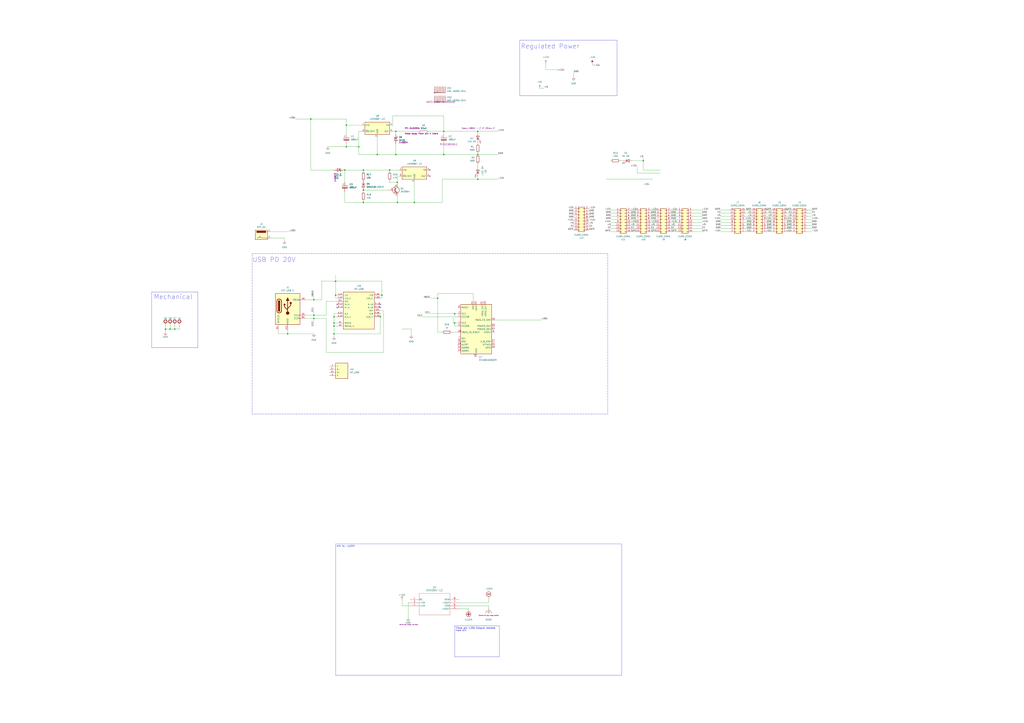
<source format=kicad_sch>
(kicad_sch (version 20231120) (generator "eeschema") (generator_version "8.0")
  (paper "A1")
  (lib_symbols
    (symbol "AT-Symbols:DKA30A-12" (pin_names (offset 0.254))
      (property "Reference" "U" (at 20.32 10.16 0))
      (property "Value" "DKA30A-12" (at 20.32 7.62 0))
      (symbol "DKA30A-12_0_1"
        (pin unspecified line (at 0 0 0) (length 7.62) (name "RC") (number "1"))
        (pin power_in line (at 0 -2.54 0) (length 7.62) (name "-VIN") (number "3"))
        (pin power_in line (at 0 -5.08 0) (length 7.62) (name "+VIN") (number "4"))
        (pin output line (at 40.64 -7.62 180) (length 7.62) (name "+VOUT") (number "5"))
        (pin unspecified line (at 40.64 -5.08 180) (length 7.62) (name "COM") (number "6"))
        (pin output line (at 40.64 -2.54 180) (length 7.62) (name "-VOUT") (number "7"))
        (pin unspecified line (at 40.64 0 180) (length 7.62) (name "TRIM") (number "8"))
      )
    )
    (symbol "AT-Symbols:HSE-B250-04H" (pin_names (offset 1.016))
      (property "Reference" "HS" (at -5.08 5.842 0))
      (property "Value" "HSE-B250-04H" (at -5.08 -2.54 0))
      (symbol "HSE-B250-04H_0_0"
        (pin passive line (at -5.08 0 0) (length 5.08) (name "~") (number "1"))
      )
    )
    (symbol "AT-Symbols:USB-C31-A-D-VT-CS1" (pin_names (offset 1.016))
      (property "Reference" "J" (at -5.08 6.35 0))
      (property "Value" "USB-C31-A-D-VT-CS1" (at -5.08 -10.16 0))
      (symbol "USB-C31-A-D-VT-CS1_1_0"
        (pin bidirectional line (at -10.16 -2.54 0) (length 5.08) (name "D+") (number "D+"))
        (pin bidirectional line (at -10.16 0 0) (length 5.08) (name "D-") (number "D-"))
        (pin power_in line (at -10.16 -5.08 0) (length 5.08) (name "G") (number "G"))
        (pin power_in line (at -10.16 2.54 0) (length 5.08) (name "V") (number "V"))
      )
      (symbol "USB-C31-A-D-VT-CS1_2_0"
        (pin bidirectional line (at -17.78 2.54 0) (length 5.08) (name "CC1") (number "CC1"))
        (pin bidirectional line (at 17.78 -5.08 180) (length 5.08) (name "CC2") (number "CC2"))
        (pin bidirectional line (at -17.78 0 0) (length 5.08) (name "D+_A") (number "D+_A"))
        (pin bidirectional line (at 17.78 -2.54 180) (length 5.08) (name "D+_B") (number "D+_B"))
        (pin bidirectional line (at -17.78 -2.54 0) (length 5.08) (name "D-_A") (number "D-_A"))
        (pin bidirectional line (at 17.78 0 180) (length 5.08) (name "D-_B") (number "D-_B"))
        (pin power_in line (at -17.78 -7.62 0) (length 5.08) (name "G_A") (number "G_A1"))
        (pin power_in line (at -17.78 -10.16 0) (length 5.08) (name "G_A__1") (number "G_A2"))
        (pin power_in line (at 17.78 -7.62 180) (length 5.08) (name "G_B") (number "G_B1"))
        (pin power_in line (at 17.78 -10.16 180) (length 5.08) (name "G_B__1") (number "G_B2"))
        (pin passive line (at -17.78 -15.24 0) (length 5.08) (name "SHIELD") (number "S1"))
        (pin passive line (at -17.78 -17.78 0) (length 5.08) (name "SHIELD__1") (number "S2"))
        (pin power_in line (at -17.78 7.62 0) (length 5.08) (name "V_A") (number "V_A1"))
        (pin power_in line (at -17.78 5.08 0) (length 5.08) (name "V_A__1") (number "V_A2"))
        (pin power_in line (at 17.78 7.62 180) (length 5.08) (name "V_B") (number "V_B1"))
        (pin power_in line (at 17.78 5.08 180) (length 5.08) (name "V_B__1") (number "V_B2"))
      )
    )
    (symbol "Connector:Barrel_Jack" (pin_names (offset 1.016))
      (property "Reference" "J" (at 0 5.334 0))
      (property "Value" "Barrel_Jack" (at 0 -5.08 0))
      (symbol "Barrel_Jack_1_1"
        (pin passive line (at 7.62 2.54 180) (length 2.54) (name "~") (number "1"))
        (pin passive line (at 7.62 -2.54 180) (length 2.54) (name "~") (number "2"))
      )
    )
    (symbol "Connector:USB_C_Receptacle_PowerOnly_6P" (pin_names (offset 1.016))
      (property "Reference" "J" (at 0 16.51 0))
      (property "Value" "USB_C_Receptacle_PowerOnly_6P" (at 0 13.97 0))
      (symbol "USB_C_Receptacle_PowerOnly_6P_1_1"
        (pin passive line (at 0 -17.78 90) (length 5.08) (name "GND") (number "A12"))
        (pin bidirectional line (at 15.24 -5.08 180) (length 5.08) (name "CC1") (number "A5"))
        (pin passive line (at 15.24 7.62 180) (length 5.08) (name "VBUS") (number "A9"))
        (pin passive line (at 0 -17.78 90) (length 5.08) hide (name "GND") (number "B12"))
        (pin bidirectional line (at 15.24 -7.62 180) (length 5.08) (name "CC2") (number "B5"))
        (pin passive line (at 15.24 7.62 180) (length 5.08) hide (name "VBUS") (number "B9"))
        (pin passive line (at -7.62 -17.78 90) (length 5.08) (name "SHIELD") (number "S1"))
      )
    )
    (symbol "Connector_Generic:Conn_02x08_Odd_Even" (pin_names (offset 1.016) hide)
      (property "Reference" "J" (at 1.27 10.16 0))
      (property "Value" "Conn_02x08_Odd_Even" (at 1.27 -12.7 0))
      (symbol "Conn_02x08_Odd_Even_1_1"
        (pin passive line (at -5.08 7.62 0) (length 3.81) (name "Pin_1") (number "1"))
        (pin passive line (at 7.62 -2.54 180) (length 3.81) (name "Pin_10") (number "10"))
        (pin passive line (at -5.08 -5.08 0) (length 3.81) (name "Pin_11") (number "11"))
        (pin passive line (at 7.62 -5.08 180) (length 3.81) (name "Pin_12") (number "12"))
        (pin passive line (at -5.08 -7.62 0) (length 3.81) (name "Pin_13") (number "13"))
        (pin passive line (at 7.62 -7.62 180) (length 3.81) (name "Pin_14") (number "14"))
        (pin passive line (at -5.08 -10.16 0) (length 3.81) (name "Pin_15") (number "15"))
        (pin passive line (at 7.62 -10.16 180) (length 3.81) (name "Pin_16") (number "16"))
        (pin passive line (at 7.62 7.62 180) (length 3.81) (name "Pin_2") (number "2"))
        (pin passive line (at -5.08 5.08 0) (length 3.81) (name "Pin_3") (number "3"))
        (pin passive line (at 7.62 5.08 180) (length 3.81) (name "Pin_4") (number "4"))
        (pin passive line (at -5.08 2.54 0) (length 3.81) (name "Pin_5") (number "5"))
        (pin passive line (at 7.62 2.54 180) (length 3.81) (name "Pin_6") (number "6"))
        (pin passive line (at -5.08 0 0) (length 3.81) (name "Pin_7") (number "7"))
        (pin passive line (at 7.62 0 180) (length 3.81) (name "Pin_8") (number "8"))
        (pin passive line (at -5.08 -2.54 0) (length 3.81) (name "Pin_9") (number "9"))
      )
    )
    (symbol "Device:C_Polarized" (pin_numbers hide) (pin_names (offset 0.254))
      (property "Reference" "C" (at 0.635 2.54 0))
      (property "Value" "C_Polarized" (at 0.635 -2.54 0))
      (symbol "C_Polarized_1_1"
        (pin passive line (at 0 3.81 270) (length 2.794) (name "~") (number "1"))
        (pin passive line (at 0 -3.81 90) (length 2.794) (name "~") (number "2"))
      )
    )
    (symbol "Device:D_Schottky" (pin_numbers hide) (pin_names (offset 1.016) hide)
      (property "Reference" "D" (at 0 2.54 0))
      (property "Value" "D_Schottky" (at 0 -2.54 0))
      (symbol "D_Schottky_1_1"
        (pin passive line (at -3.81 0 0) (length 2.54) (name "K") (number "1"))
        (pin passive line (at 3.81 0 180) (length 2.54) (name "A") (number "2"))
      )
    )
    (symbol "Device:L" (pin_numbers hide) (pin_names (offset 1.016) hide)
      (property "Reference" "L" (at -1.27 0 90))
      (property "Value" "L" (at 1.905 0 90))
      (symbol "L_1_1"
        (pin passive line (at 0 3.81 270) (length 1.27) (name "1") (number "1"))
        (pin passive line (at 0 -3.81 90) (length 1.27) (name "2") (number "2"))
      )
    )
    (symbol "Device:LED" (pin_numbers hide) (pin_names (offset 1.016) hide)
      (property "Reference" "D" (at 0 2.54 0))
      (property "Value" "LED" (at 0 -2.54 0))
      (symbol "LED_1_1"
        (pin passive line (at -3.81 0 0) (length 2.54) (name "K") (number "1"))
        (pin passive line (at 3.81 0 180) (length 2.54) (name "A") (number "2"))
      )
    )
    (symbol "Device:R" (pin_numbers hide) (pin_names (offset 0))
      (property "Reference" "R" (at 2.032 0 90))
      (property "Value" "R" (at 0 0 90))
      (symbol "R_1_1"
        (pin passive line (at 0 3.81 270) (length 1.27) (name "~") (number "1"))
        (pin passive line (at 0 -3.81 90) (length 1.27) (name "~") (number "2"))
      )
    )
    (symbol "Diode:Z1SMAxxx" (pin_numbers hide) (pin_names hide)
      (property "Reference" "D" (at 0 2.54 0))
      (property "Value" "Z1SMAxxx" (at 0 -2.54 0))
      (symbol "Z1SMAxxx_1_1"
        (pin passive line (at -3.81 0 0) (length 2.54) (name "K") (number "1"))
        (pin passive line (at 3.81 0 180) (length 2.54) (name "A") (number "2"))
      )
    )
    (symbol "Interface_USB:STUSB4500QTR"
      (property "Reference" "U" (at -12.7 21.59 0))
      (property "Value" "STUSB4500QTR" (at 8.89 -21.59 0))
      (symbol "STUSB4500QTR_1_1"
        (pin bidirectional line (at -15.24 10.16 0) (length 2.54) (name "CC1DB") (number "1"))
        (pin power_in line (at 0 -22.86 90) (length 2.54) (name "GND") (number "10"))
        (pin open_collector line (at 15.24 -12.7 180) (length 2.54) (name "ATTACH") (number "11"))
        (pin input line (at -15.24 -15.24 0) (length 2.54) (name "ADDR0") (number "12"))
        (pin input line (at -15.24 -17.78 0) (length 2.54) (name "ADDR1") (number "13"))
        (pin open_collector line (at 15.24 0 180) (length 2.54) (name "POWER_OK3") (number "14"))
        (pin open_collector line (at 15.24 -15.24 180) (length 2.54) (name "GPIO") (number "15"))
        (pin open_collector line (at 15.24 7.62 180) (length 2.54) (name "VBUS_EN_SNK") (number "16"))
        (pin open_collector line (at 15.24 -10.16 180) (length 2.54) (name "A_B_SIDE") (number "17"))
        (pin input line (at -15.24 -2.54 0) (length 2.54) (name "VBUS_VS_DISCH") (number "18"))
        (pin open_collector line (at -15.24 -12.7 0) (length 2.54) (name "ALERT") (number "19"))
        (pin bidirectional line (at -15.24 12.7 0) (length 2.54) (name "CC1") (number "2"))
        (pin open_collector line (at 15.24 2.54 180) (length 2.54) (name "POWER_OK2") (number "20"))
        (pin power_out line (at 5.08 22.86 270) (length 2.54) (name "VREG_1V2") (number "21"))
        (pin power_in line (at 0 22.86 270) (length 2.54) (name "VSYS") (number "22"))
        (pin power_out line (at 7.62 22.86 270) (length 2.54) (name "VREG_2V7") (number "23"))
        (pin power_in line (at -2.54 22.86 270) (length 2.54) (name "VDD") (number "24"))
        (pin passive line (at 0 -22.86 90) (length 2.54) hide (name "GND") (number "25"))
        (pin no_connect line (at -12.7 15.24 0) (length 2.54) hide (name "NC") (number "3"))
        (pin bidirectional line (at -15.24 5.08 0) (length 2.54) (name "CC2") (number "4"))
        (pin bidirectional line (at -15.24 2.54 0) (length 2.54) (name "CC2DB") (number "5"))
        (pin input line (at -15.24 17.78 0) (length 2.54) (name "RESET") (number "6"))
        (pin input line (at -15.24 -7.62 0) (length 2.54) (name "SCL") (number "7"))
        (pin bidirectional line (at -15.24 -10.16 0) (length 2.54) (name "SDA") (number "8"))
        (pin bidirectional line (at 15.24 -2.54 180) (length 2.54) (name "DISCH") (number "9"))
      )
    )
    (symbol "Regulator_Switching:LM2596T-12"
      (property "Reference" "U" (at -10.16 6.35 0))
      (property "Value" "LM2596T-12" (at 0 6.35 0))
      (symbol "LM2596T-12_1_1"
        (pin power_in line (at -12.7 2.54 0) (length 2.54) (name "VIN") (number "1"))
        (pin output line (at 12.7 -2.54 180) (length 2.54) (name "OUT") (number "2"))
        (pin power_in line (at 0 -7.62 90) (length 2.54) (name "GND") (number "3"))
        (pin input line (at 12.7 2.54 180) (length 2.54) (name "FB") (number "4"))
        (pin input line (at -12.7 -2.54 0) (length 2.54) (name "~{ON}/OFF") (number "5"))
      )
    )
    (symbol "Transistor_BJT:2N3904" (pin_names (offset 0) hide)
      (property "Reference" "Q" (at 5.08 1.905 0))
      (property "Value" "2N3904" (at 5.08 0 0))
      (symbol "2N3904_1_1"
        (pin passive line (at 2.54 -5.08 90) (length 2.54) (name "E") (number "1"))
        (pin passive line (at -5.08 0 0) (length 5.715) (name "B") (number "2"))
        (pin passive line (at 2.54 5.08 270) (length 2.54) (name "C") (number "3"))
      )
    )
    (symbol "llama_shared:+12V" (power) (pin_names (offset 0))
      (property "Value" "+12V" (at 0 3.81 0))
      (symbol "+12V_1_1"
        (pin power_in line (at 0 0 90) (length 2.54) hide (name "+12V") (number "1"))
      )
    )
    (symbol "llama_shared:AGND" (power) (pin_names (offset 0))
      (property "Value" "AGND" (at 0 -3.81 0))
      (symbol "AGND_1_1"
        (pin power_in line (at 0 0 270) (length 0) hide (name "GND") (number "1"))
      )
    )
    (symbol "llama_shared:H_HOLE" (pin_numbers hide) (pin_names (offset 1.016) hide)
      (property "Reference" "H" (at 0 2.54 0))
      (property "Value" "H_HOLE" (at 0 -8.89 0))
      (symbol "H_HOLE_1_1"
        (pin passive line (at 0 -3.81 90) (length 2.54) (name "1") (number "1"))
      )
    )
    (symbol "power:+12V" (power) (pin_numbers hide) (pin_names (offset 0) hide)
      (property "Value" "+12V" (at 0 3.556 0))
      (symbol "+12V_1_1"
        (pin power_in line (at 0 0 90) (length 0) (name "~") (number "1"))
      )
    )
    (symbol "power:+5V" (power) (pin_numbers hide) (pin_names (offset 0) hide)
      (property "Value" "+5V" (at 0 3.556 0))
      (symbol "+5V_1_1"
        (pin power_in line (at 0 0 90) (length 0) (name "~") (number "1"))
      )
    )
    (symbol "power:+VDC" (power) (pin_numbers hide) (pin_names (offset 0) hide)
      (property "Value" "+VDC" (at 0 6.35 0))
      (symbol "+VDC_1_1"
        (pin power_in line (at 0 0 90) (length 0) (name "~") (number "1"))
      )
    )
    (symbol "power:-12V" (power) (pin_numbers hide) (pin_names (offset 0) hide)
      (property "Value" "-12V" (at 0 3.556 0))
      (symbol "-12V_0_0"
        (pin power_in line (at 0 0 90) (length 0) (name "~") (number "1"))
      )
    )
    (symbol "power:-VDC" (power) (pin_numbers hide) (pin_names (offset 0) hide)
      (property "Value" "-VDC" (at 0 6.35 0))
      (symbol "-VDC_1_1"
        (pin power_in line (at 0 0 90) (length 0) (name "~") (number "1"))
      )
    )
    (symbol "power:Earth_Clean" (power) (pin_numbers hide) (pin_names (offset 0) hide)
      (property "Value" "Earth_Clean" (at 0 -5.08 0))
      (symbol "Earth_Clean_1_1"
        (pin power_in line (at 0 0 270) (length 0) (name "~") (number "1"))
      )
    )
    (symbol "power:GND" (power) (pin_numbers hide) (pin_names (offset 0) hide)
      (property "Value" "GND" (at 0 -3.81 0))
      (symbol "GND_1_1"
        (pin power_in line (at 0 0 270) (length 0) (name "~") (number "1"))
      )
    )
  )
  (junction (at 364.49 107.95))
  (junction (at 364.49 127))
  (junction (at 326.39 166.37))
  (junction (at 274.32 267.97))
  (junction (at 143.51 270.51))
  (junction (at 326.39 149.86))
  (junction (at 255.27 97.79))
  (junction (at 284.48 120.65))
  (junction (at 135.89 270.51))
  (junction (at 298.45 156.21))
  (junction (at 274.32 274.32))
  (junction (at 313.69 242.57))
  (junction (at 359.41 245.11))
  (junction (at 312.42 260.35))
  (junction (at 257.81 259.08))
  (junction (at 325.12 127))
  (junction (at 275.59 242.57))
  (junction (at 298.45 139.7))
  (junction (at 373.38 257.81))
  (junction (at 340.36 166.37))
  (junction (at 309.88 127))
  (junction (at 275.59 231.14))
  (junction (at 392.43 147.32))
  (junction (at 528.32 132.08))
  (junction (at 236.22 274.32))
  (junction (at 392.43 127))
  (junction (at 257.81 246.38))
  (junction (at 139.7 270.51))
  (junction (at 392.43 107.95))
  (junction (at 257.81 261.62))
  (junction (at 373.38 265.43))
  (junction (at 283.21 139.7))
  (junction (at 284.48 102.87))
  (junction (at 325.12 107.95))
  (junction (at 274.32 260.35))
  (junction (at 274.32 265.43))
  (junction (at 320.04 139.7))
  (junction (at 298.45 166.37))
  (junction (at 294.64 120.65))
  (no_connect (at 312.42 250.19))
  (no_connect (at 353.06 144.78))
  (no_connect (at 353.06 139.7))
  (no_connect (at 312.42 252.73))
  (no_connect (at 356.87 83.82))
  (no_connect (at 276.86 250.19))
  (no_connect (at 356.87 76.2))
  (no_connect (at 276.86 252.73))
  (wire (pts (xy 646.43 182.88) (xy 650.24 182.88)))
  (wire (pts (xy 551.18 175.26) (xy 556.26 175.26)))
  (wire (pts (xy 538.48 190.5) (xy 534.67 190.5)))
  (wire (pts (xy 646.43 175.26) (xy 650.24 175.26)))
  (wire (pts (xy 135.89 270.51) (xy 135.89 273.05)))
  (wire (pts (xy 521.97 187.96) (xy 518.16 187.96)))
  (wire (pts (xy 281.94 139.7) (xy 283.21 139.7)))
  (wire (pts (xy 312.42 260.35) (xy 312.42 257.81)))
  (wire (pts (xy 471.17 59.69) (xy 471.17 63.5)))
  (wire (pts (xy 576.58 182.88) (xy 568.96 182.88)))
  (wire (pts (xy 576.58 175.26) (xy 568.96 175.26)))
  (wire (pts (xy 666.75 187.96) (xy 662.94 187.96)))
  (wire (pts (xy 364.49 127) (xy 325.12 127)))
  (wire (pts (xy 326.39 149.86) (xy 326.39 151.13)))
  (wire (pts (xy 629.92 185.42) (xy 633.73 185.42)))
  (wire (pts (xy 509.27 132.08) (xy 511.81 132.08)))
  (wire (pts (xy 521.97 175.26) (xy 518.16 175.26)))
  (wire (pts (xy 646.43 172.72) (xy 650.24 172.72)))
  (wire (pts (xy 591.82 175.26) (xy 599.44 175.26)))
  (wire (pts (xy 373.38 260.35) (xy 373.38 257.81)))
  (wire (pts (xy 330.2 492.76) (xy 330.2 497.84)))
  (wire (pts (xy 392.43 147.32) (xy 408.94 147.32)))
  (wire (pts (xy 297.18 102.87) (xy 284.48 102.87)))
  (wire (pts (xy 298.45 166.37) (xy 298.45 165.1)))
  (wire (pts (xy 251.46 259.08) (xy 257.81 259.08)))
  (wire (pts (xy 298.45 139.7) (xy 320.04 139.7)))
  (wire (pts (xy 267.97 289.56) (xy 314.96 289.56)))
  (wire (pts (xy 617.22 172.72) (xy 612.14 172.72)))
  (wire (pts (xy 364.49 95.25) (xy 364.49 107.95)))
  (wire (pts (xy 274.32 260.35) (xy 274.32 265.43)))
  (wire (pts (xy 591.82 182.88) (xy 599.44 182.88)))
  (wire (pts (xy 538.48 177.8) (xy 534.67 177.8)))
  (wire (pts (xy 519.43 132.08) (xy 528.32 132.08)))
  (wire (pts (xy 233.68 195.58) (xy 233.68 198.12)))
  (wire (pts (xy 143.51 270.51) (xy 147.32 270.51)))
  (wire (pts (xy 373.38 257.81) (xy 375.92 257.81)))
  (wire (pts (xy 222.25 195.58) (xy 233.68 195.58)))
  (wire (pts (xy 359.41 241.3) (xy 359.41 245.11)))
  (wire (pts (xy 325.12 107.95) (xy 344.17 107.95)))
  (wire (pts (xy 228.6 271.78) (xy 228.6 274.32)))
  (wire (pts (xy 257.81 243.84) (xy 257.81 246.38)))
  (wire (pts (xy 591.82 177.8) (xy 599.44 177.8)))
  (wire (pts (xy 521.97 182.88) (xy 518.16 182.88)))
  (wire (pts (xy 283.21 149.86) (xy 283.21 139.7)))
  (wire (pts (xy 501.65 180.34) (xy 505.46 180.34)))
  (wire (pts (xy 501.65 185.42) (xy 505.46 185.42)))
  (wire (pts (xy 298.45 140.97) (xy 298.45 139.7)))
  (wire (pts (xy 257.81 259.08) (xy 267.97 259.08)))
  (wire (pts (xy 275.59 231.14) (xy 275.59 242.57)))
  (wire (pts (xy 591.82 185.42) (xy 599.44 185.42)))
  (wire (pts (xy 359.41 245.11) (xy 353.06 245.11)))
  (wire (pts (xy 359.41 273.05) (xy 359.41 245.11)))
  (wire (pts (xy 576.58 180.34) (xy 568.96 180.34)))
  (wire (pts (xy 392.43 127) (xy 408.94 127)))
  (wire (pts (xy 551.18 180.34) (xy 556.26 180.34)))
  (wire (pts (xy 523.24 142.24) (xy 542.29 142.24)))
  (wire (pts (xy 551.18 190.5) (xy 556.26 190.5)))
  (wire (pts (xy 666.75 190.5) (xy 662.94 190.5)))
  (wire (pts (xy 264.16 246.38) (xy 264.16 231.14)))
  (wire (pts (xy 528.32 139.7) (xy 542.29 139.7)))
  (wire (pts (xy 326.39 161.29) (xy 326.39 166.37)))
  (wire (pts (xy 320.04 139.7) (xy 327.66 139.7)))
  (wire (pts (xy 346.71 260.35) (xy 372.11 260.35)))
  (wire (pts (xy 551.18 182.88) (xy 556.26 182.88)))
  (wire (pts (xy 501.65 182.88) (xy 505.46 182.88)))
  (wire (pts (xy 135.89 270.51) (xy 139.7 270.51)))
  (wire (pts (xy 276.86 247.65) (xy 267.97 247.65)))
  (wire (pts (xy 646.43 180.34) (xy 650.24 180.34)))
  (wire (pts (xy 629.92 172.72) (xy 633.73 172.72)))
  (wire (pts (xy 646.43 185.42) (xy 650.24 185.42)))
  (wire (pts (xy 406.4 262.89) (xy 444.5 262.89)))
  (wire (pts (xy 372.11 260.35) (xy 372.11 265.43)))
  (wire (pts (xy 284.48 118.11) (xy 284.48 120.65)))
  (wire (pts (xy 629.92 175.26) (xy 633.73 175.26)))
  (wire (pts (xy 591.82 180.34) (xy 599.44 180.34)))
  (wire (pts (xy 666.75 182.88) (xy 662.94 182.88)))
  (wire (pts (xy 313.69 242.57) (xy 313.69 231.14)))
  (wire (pts (xy 392.43 144.78) (xy 392.43 147.32)))
  (wire (pts (xy 538.48 182.88) (xy 534.67 182.88)))
  (wire (pts (xy 294.64 107.95) (xy 294.64 120.65)))
  (wire (pts (xy 501.65 172.72) (xy 505.46 172.72)))
  (wire (pts (xy 274.32 139.7) (xy 255.27 139.7)))
  (wire (pts (xy 269.24 120.65) (xy 284.48 120.65)))
  (wire (pts (xy 617.22 175.26) (xy 612.14 175.26)))
  (wire (pts (xy 501.65 175.26) (xy 505.46 175.26)))
  (wire (pts (xy 314.96 289.56) (xy 314.96 255.27)))
  (wire (pts (xy 276.86 257.81) (xy 274.32 257.81)))
  (wire (pts (xy 325.12 107.95) (xy 322.58 107.95)))
  (wire (pts (xy 388.62 241.3) (xy 359.41 241.3)))
  (wire (pts (xy 325.12 118.11) (xy 325.12 127)))
  (wire (pts (xy 401.32 500.38) (xy 401.32 497.84)))
  (wire (pts (xy 309.88 113.03) (xy 309.88 127)))
  (wire (pts (xy 335.28 508) (xy 335.28 495.3)))
  (wire (pts (xy 392.43 107.95) (xy 408.94 107.95)))
  (wire (pts (xy 275.59 242.57) (xy 276.86 242.57)))
  (wire (pts (xy 284.48 120.65) (xy 294.64 120.65)))
  (wire (pts (xy 326.39 166.37) (xy 340.36 166.37)))
  (wire (pts (xy 322.58 95.25) (xy 364.49 95.25)))
  (wire (pts (xy 351.79 107.95) (xy 364.49 107.95)))
  (wire (pts (xy 521.97 180.34) (xy 518.16 180.34)))
  (wire (pts (xy 501.65 187.96) (xy 505.46 187.96)))
  (wire (pts (xy 139.7 270.51) (xy 143.51 270.51)))
  (wire (pts (xy 297.18 107.95) (xy 294.64 107.95)))
  (wire (pts (xy 147.32 270.51) (xy 147.32 267.97)))
  (wire (pts (xy 501.65 177.8) (xy 505.46 177.8)))
  (wire (pts (xy 392.43 118.11) (xy 392.43 116.84)))
  (wire (pts (xy 448.31 57.15) (xy 448.31 52.07)))
  (wire (pts (xy 275.59 242.57) (xy 275.59 245.11)))
  (wire (pts (xy 257.81 256.54) (xy 257.81 259.08)))
  (wire (pts (xy 551.18 177.8) (xy 556.26 177.8)))
  (wire (pts (xy 257.81 261.62) (xy 267.97 261.62)))
  (wire (pts (xy 617.22 177.8) (xy 612.14 177.8)))
  (wire (pts (xy 666.75 177.8) (xy 662.94 177.8)))
  (wire (pts (xy 312.42 274.32) (xy 312.42 260.35)))
  (wire (pts (xy 551.18 185.42) (xy 556.26 185.42)))
  (wire (pts (xy 538.48 180.34) (xy 534.67 180.34)))
  (wire (pts (xy 325.12 110.49) (xy 325.12 107.95)))
  (wire (pts (xy 629.92 180.34) (xy 633.73 180.34)))
  (wire (pts (xy 372.11 265.43) (xy 373.38 265.43)))
  (wire (pts (xy 551.18 172.72) (xy 556.26 172.72)))
  (wire (pts (xy 337.82 270.51) (xy 337.82 275.59)))
  (wire (pts (xy 312.42 242.57) (xy 313.69 242.57)))
  (wire (pts (xy 283.21 139.7) (xy 298.45 139.7)))
  (wire (pts (xy 551.18 187.96) (xy 556.26 187.96)))
  (wire (pts (xy 275.59 226.06) (xy 275.59 231.14)))
  (wire (pts (xy 487.68 54.61) (xy 487.68 53.34)))
  (wire (pts (xy 501.65 190.5) (xy 505.46 190.5)))
  (wire (pts (xy 313.69 231.14) (xy 275.59 231.14)))
  (wire (pts (xy 401.32 491.49) (xy 401.32 495.3)))
  (wire (pts (xy 255.27 97.79) (xy 242.57 97.79)))
  (wire (pts (xy 373.38 267.97) (xy 373.38 265.43)))
  (wire (pts (xy 646.43 187.96) (xy 650.24 187.96)))
  (wire (pts (xy 294.64 127) (xy 309.88 127)))
  (wire (pts (xy 487.68 53.34) (xy 486.41 53.34)))
  (wire (pts (xy 392.43 137.16) (xy 392.43 134.62)))
  (wire (pts (xy 576.58 187.96) (xy 568.96 187.96)))
  (wire (pts (xy 274.32 257.81) (xy 274.32 260.35)))
  (wire (pts (xy 284.48 97.79) (xy 284.48 102.87)))
  (wire (pts (xy 388.62 247.65) (xy 388.62 241.3)))
  (wire (pts (xy 617.22 190.5) (xy 612.14 190.5)))
  (wire (pts (xy 523.24 137.16) (xy 523.24 142.24)))
  (wire (pts (xy 283.21 166.37) (xy 298.45 166.37)))
  (wire (pts (xy 392.43 127) (xy 392.43 125.73)))
  (wire (pts (xy 330.2 497.84) (xy 336.55 497.84)))
  (wire (pts (xy 330.2 270.51) (xy 337.82 270.51)))
  (wire (pts (xy 538.48 175.26) (xy 534.67 175.26)))
  (wire (pts (xy 538.48 172.72) (xy 534.67 172.72)))
  (wire (pts (xy 236.22 271.78) (xy 236.22 274.32)))
  (wire (pts (xy 629.92 182.88) (xy 633.73 182.88)))
  (wire (pts (xy 384.81 501.65) (xy 384.81 500.38)))
  (wire (pts (xy 264.16 231.14) (xy 275.59 231.14)))
  (wire (pts (xy 320.04 149.86) (xy 326.39 149.86)))
  (wire (pts (xy 274.32 265.43) (xy 274.32 267.97)))
  (wire (pts (xy 521.97 172.72) (xy 518.16 172.72)))
  (wire (pts (xy 666.75 172.72) (xy 662.94 172.72)))
  (wire (pts (xy 314.96 255.27) (xy 312.42 255.27)))
  (wire (pts (xy 401.32 495.3) (xy 377.19 495.3)))
  (wire (pts (xy 283.21 157.48) (xy 283.21 166.37)))
  (wire (pts (xy 135.89 267.97) (xy 135.89 270.51)))
  (wire (pts (xy 373.38 265.43) (xy 375.92 265.43)))
  (wire (pts (xy 629.92 187.96) (xy 633.73 187.96)))
  (wire (pts (xy 236.22 274.32) (xy 257.81 274.32)))
  (wire (pts (xy 363.22 147.32) (xy 392.43 147.32)))
  (wire (pts (xy 666.75 180.34) (xy 662.94 180.34)))
  (wire (pts (xy 251.46 246.38) (xy 257.81 246.38)))
  (wire (pts (xy 255.27 139.7) (xy 255.27 97.79)))
  (wire (pts (xy 666.75 185.42) (xy 662.94 185.42)))
  (wire (pts (xy 538.48 185.42) (xy 534.67 185.42)))
  (wire (pts (xy 384.81 500.38) (xy 377.19 500.38)))
  (wire (pts (xy 370.84 273.05) (xy 375.92 273.05)))
  (wire (pts (xy 143.51 270.51) (xy 143.51 267.97)))
  (wire (pts (xy 617.22 187.96) (xy 612.14 187.96)))
  (wire (pts (xy 646.43 190.5) (xy 650.24 190.5)))
  (wire (pts (xy 294.64 127) (xy 294.64 120.65)))
  (wire (pts (xy 326.39 144.78) (xy 326.39 149.86)))
  (wire (pts (xy 364.49 107.95) (xy 392.43 107.95)))
  (wire (pts (xy 320.04 148.59) (xy 320.04 149.86)))
  (wire (pts (xy 617.22 185.42) (xy 612.14 185.42)))
  (wire (pts (xy 486.41 53.34) (xy 486.41 52.07)))
  (wire (pts (xy 458.47 58.42) (xy 458.47 57.15)))
  (wire (pts (xy 666.75 175.26) (xy 662.94 175.26)))
  (wire (pts (xy 309.88 127) (xy 325.12 127)))
  (wire (pts (xy 363.22 166.37) (xy 363.22 147.32)))
  (wire (pts (xy 576.58 172.72) (xy 568.96 172.72)))
  (wire (pts (xy 629.92 177.8) (xy 633.73 177.8)))
  (wire (pts (xy 521.97 177.8) (xy 518.16 177.8)))
  (wire (pts (xy 255.27 97.79) (xy 284.48 97.79)))
  (wire (pts (xy 392.43 109.22) (xy 392.43 107.95)))
  (wire (pts (xy 340.36 149.86) (xy 340.36 166.37)))
  (wire (pts (xy 257.81 264.16) (xy 257.81 261.62)))
  (wire (pts (xy 364.49 127) (xy 392.43 127)))
  (wire (pts (xy 274.32 267.97) (xy 274.32 274.32)))
  (wire (pts (xy 375.92 267.97) (xy 373.38 267.97)))
  (wire (pts (xy 447.04 72.39) (xy 443.23 72.39)))
  (wire (pts (xy 364.49 118.11) (xy 364.49 127)))
  (wire (pts (xy 458.47 57.15) (xy 448.31 57.15)))
  (wire (pts (xy 275.59 245.11) (xy 276.86 245.11)))
  (wire (pts (xy 591.82 187.96) (xy 599.44 187.96)))
  (wire (pts (xy 274.32 274.32) (xy 312.42 274.32)))
  (wire (pts (xy 322.58 95.25) (xy 322.58 102.87)))
  (wire (pts (xy 298.45 156.21) (xy 318.77 156.21)))
  (wire (pts (xy 629.92 190.5) (xy 633.73 190.5)))
  (wire (pts (xy 375.92 260.35) (xy 373.38 260.35)))
  (wire (pts (xy 267.97 261.62) (xy 267.97 289.56)))
  (wire (pts (xy 312.42 245.11) (xy 313.69 245.11)))
  (wire (pts (xy 298.45 157.48) (xy 298.45 156.21)))
  (wire (pts (xy 528.32 129.54) (xy 528.32 132.08)))
  (wire (pts (xy 401.32 497.84) (xy 377.19 497.84)))
  (wire (pts (xy 320.04 139.7) (xy 320.04 140.97)))
  (wire (pts (xy 274.32 260.35) (xy 276.86 260.35)))
  (wire (pts (xy 139.7 270.51) (xy 139.7 267.97)))
  (wire (pts (xy 298.45 166.37) (xy 326.39 166.37)))
  (wire (pts (xy 364.49 107.95) (xy 364.49 110.49)))
  (wire (pts (xy 617.22 182.88) (xy 612.14 182.88)))
  (wire (pts (xy 228.6 274.32) (xy 236.22 274.32)))
  (wire (pts (xy 576.58 185.42) (xy 568.96 185.42)))
  (wire (pts (xy 264.16 246.38) (xy 257.81 246.38)))
  (wire (pts (xy 591.82 190.5) (xy 599.44 190.5)))
  (wire (pts (xy 363.22 273.05) (xy 359.41 273.05)))
  (wire (pts (xy 576.58 177.8) (xy 568.96 177.8)))
  (wire (pts (xy 313.69 245.11) (xy 313.69 242.57)))
  (wire (pts (xy 617.22 180.34) (xy 612.14 180.34)))
  (wire (pts (xy 274.32 267.97) (xy 276.86 267.97)))
  (wire (pts (xy 591.82 172.72) (xy 599.44 172.72)))
  (wire (pts (xy 538.48 187.96) (xy 534.67 187.96)))
  (wire (pts (xy 274.32 274.32) (xy 274.32 276.86)))
  (wire (pts (xy 284.48 102.87) (xy 284.48 110.49)))
  (wire (pts (xy 327.66 144.78) (xy 326.39 144.78)))
  (wire (pts (xy 257.81 261.62) (xy 251.46 261.62)))
  (wire (pts (xy 521.97 185.42) (xy 518.16 185.42)))
  (wire (pts (xy 222.25 190.5) (xy 237.49 190.5)))
  (wire (pts (xy 274.32 265.43) (xy 276.86 265.43)))
  (wire (pts (xy 353.06 257.81) (xy 373.38 257.81)))
  (wire (pts (xy 521.97 190.5) (xy 518.16 190.5)))
  (wire (pts (xy 646.43 177.8) (xy 650.24 177.8)))
  (wire (pts (xy 340.36 166.37) (xy 363.22 166.37)))
  (wire (pts (xy 576.58 190.5) (xy 568.96 190.5)))
  (wire (pts (xy 497.84 147.32) (xy 535.94 147.32)))
  (wire (pts (xy 335.28 495.3) (xy 336.55 495.3)))
  (wire (pts (xy 528.32 132.08) (xy 528.32 139.7)))
  (wire (pts (xy 267.97 247.65) (xy 267.97 259.08)))
  (rectangle (start 426.72 33.02) (end 506.73 78.74))
  (rectangle (start 124.46 240.03) (end 162.56 285.75))
  (rectangle (start 207.01 208.28) (end 499.11 340.36) (stroke (width 0) (type dash)))
  (text_box "These are 1.25A Outputs isolated from ATX" (at 373.38 514.35 0) (size 36.83 25.4) (effects (font (size 1.27 1.27)) (justify left top)))
  (text_box "ATX To -12???\n" (at 275.59 447.04 0) (size 234.95 107.95) (effects (font (size 1.27 1.27)) (justify left top)))
  (text "USB PD 20V" (at 225.044 213.614 0) (effects (font (size 3.81 3.81))))
  (text "Mechanical" (at 142.24 244.094 0) (effects (font (size 3.81 3.81))))
  (text "Regulated Power" (at 451.866 38.1 0) (effects (font (size 3.81 3.81))))
  (label "+12v" (at 650.24 180.34 180))
  (label "GND" (at 518.16 175.26 0))
  (label "CV" (at 483.87 186.69 0))
  (label "GND" (at 633.73 182.88 180))
  (label "CV" (at 501.65 187.96 180))
  (label "GATE" (at 483.87 189.23 0))
  (label "+12v" (at 576.58 182.88 0))
  (label "+12v" (at 518.16 182.88 0))
  (label "GND" (at 551.18 175.26 0))
  (label "-12v" (at 471.17 171.45 180))
  (label "-12v" (at 617.22 190.5 180))
  (label "GND" (at 534.67 177.8 0))
  (label "GATE" (at 501.65 190.5 180))
  (label "GND" (at 576.58 177.8 0))
  (label "GND" (at 666.75 185.42 0))
  (label "GND" (at 591.82 182.88 180))
  (label "-12v" (at 591.82 190.5 180))
  (label "CV" (at 534.67 187.96 0))
  (label "GND" (at 501.65 180.34 180))
  (label "+5" (at 501.65 185.42 180))
  (label "GND" (at 576.58 175.26 0))
  (label "CV" (at 650.24 175.26 180))
  (label "+5" (at 650.24 177.8 180))
  (label "GND" (at 483.87 176.53 0))
  (label "COM" (at 408.94 127 0))
  (label "+5" (at 483.87 184.15 0))
  (label "GND" (at 471.17 59.69 0))
  (label "CC2" (at 346.71 260.35 180))
  (label "-12v" (at 501.65 172.72 180))
  (label "GND" (at 666.75 182.88 0))
  (label "GATE" (at 633.73 172.72 180))
  (label "GND" (at 633.73 185.42 180))
  (label "-12v" (at 518.16 172.72 0))
  (label "+12v" (at 617.22 180.34 180))
  (label "GND" (at 471.17 179.07 180))
  (label "GND" (at 617.22 185.42 180))
  (label "CV" (at 633.73 175.26 180))
  (label "+5" (at 576.58 185.42 0))
  (label "GND" (at 471.17 176.53 180))
  (label "GATE" (at 534.67 190.5 0))
  (label "+5" (at 617.22 177.8 180))
  (label "+5" (at 447.04 72.39 0))
  (label "+5" (at 528.32 129.54 180))
  (label "CC1" (at 353.06 257.81 180))
  (label "+5" (at 591.82 177.8 180))
  (label "GND" (at 483.87 173.99 0))
  (label "-12v" (at 483.87 171.45 0))
  (label "CV" (at 666.75 175.26 0))
  (label "GATE" (at 617.22 172.72 180))
  (label "+12v" (at 591.82 180.34 180))
  (label "CV" (at 551.18 187.96 0))
  (label "+12v" (at 458.47 58.42 0))
  (label "GND" (at 501.65 177.8 180))
  (label "+12v" (at 551.18 182.88 0))
  (label "VBUS" (at 353.06 245.11 180))
  (label "CC1" (at 257.81 256.54 90))
  (label "GND" (at 518.16 177.8 0))
  (label "VBUS" (at 257.81 243.84 90))
  (label "CV" (at 617.22 175.26 180))
  (label "+12v" (at 666.75 180.34 0))
  (label "-12v" (at 408.94 147.32 0))
  (label "+12v" (at 501.65 182.88 180))
  (label "GND" (at 551.18 180.34 0))
  (label "GND" (at 666.75 187.96 0))
  (label "GATE" (at 650.24 172.72 180))
  (label "GND" (at 551.18 177.8 0))
  (label "+20V" (at 444.5 262.89 0))
  (label "GND" (at 617.22 182.88 180))
  (label "GND" (at 518.16 180.34 0))
  (label "GATE" (at 591.82 172.72 180))
  (label "-12v" (at 533.4 152.4 180))
  (label "GND" (at 471.17 173.99 180))
  (label "GATE" (at 471.17 189.23 180))
  (label "+5" (at 534.67 185.42 0))
  (label "+12v" (at 633.73 180.34 180))
  (label "-12v" (at 666.75 190.5 0))
  (label "+5" (at 666.75 177.8 0))
  (label "+12v" (at 471.17 181.61 180))
  (label "GND" (at 617.22 187.96 180))
  (label "-12v" (at 650.24 190.5 180))
  (label "+12v" (at 523.24 137.16 180))
  (label "-12v" (at 633.73 190.5 180))
  (label "+5" (at 633.73 177.8 180))
  (label "GND" (at 650.24 182.88 180))
  (label "GATE" (at 666.75 172.72 0))
  (label "GATE" (at 518.16 190.5 0))
  (label "+12v" (at 408.94 107.95 0))
  (label "CV" (at 591.82 175.26 180))
  (label "GND" (at 591.82 185.42 180))
  (label "CC2" (at 257.81 264.16 270))
  (label "GND" (at 483.87 179.07 0))
  (label "GND" (at 633.73 187.96 180))
  (label "+5" (at 471.17 184.15 180))
  (label "GND" (at 650.24 185.42 180))
  (label "+5" (at 518.16 185.42 0))
  (label "CV" (at 518.16 187.96 0))
  (label "GND" (at 534.67 180.34 0))
  (label "GATE" (at 576.58 190.5 0))
  (label "+12v" (at 534.67 182.88 0))
  (label "CV" (at 471.17 186.69 180))
  (label "GND" (at 576.58 180.34 0))
  (label "GATE" (at 551.18 190.5 0))
  (label "-12v" (at 487.68 54.61 0))
  (label "GND" (at 591.82 187.96 180))
  (label "GND" (at 534.67 175.26 0))
  (label "-12v" (at 576.58 172.72 0))
  (label "+12v" (at 483.87 181.61 0))
  (label "GND" (at 650.24 187.96 180))
  (label "-12v" (at 534.67 172.72 0))
  (label "CV" (at 576.58 187.96 0))
  (label "-12v" (at 551.18 172.72 0))
  (label "+5" (at 551.18 185.42 0))
  (label "+20V" (at 237.49 190.5 0))
  (label "GND" (at 501.65 175.26 180))
  (label "+20V" (at 242.57 97.79 180))
  (symbol (lib_id "Diode:Z1SMAxxx") (at 298.45 152.4 270) (unit 1)
    (property "Reference" "D5" (at 300.99 151.1299 90) (effects (justify left)))
    (property "Value" "SMAZ18-13-F" (at 300.99 153.6699 90) (effects (justify left)))
    (property "Footprint" "Diode_SMD:D_SMA" (effects (hide yes)))
    (property "Datasheet" "https://diotec.com/tl_files/diotec/files/pdf/datasheets/z1sma1.pdf" (effects (hide yes)))
    (property "Description" "1000mW Zener Diode, SMA(DO-214AC)" (effects (hide yes)))
  )
  (symbol (lib_id "Connector:Barrel_Jack") (at 214.63 193.04 0) (unit 1)
    (property "Reference" "J2" (at 214.63 184.15 0))
    (property "Value" "OPT_DC" (at 214.63 186.69 0))
    (property "Footprint" "Connector_BarrelJack:BarrelJack_CUI_PJ-063AH_Horizontal" (effects (hide yes)))
    (property "Description" "DC Barrel Jack" (effects (hide yes)))
  )
  (symbol (lib_id "Device:C_Polarized") (at 364.49 114.3 0) (unit 1)
    (property "Reference" "C2" (at 368.3 112.1409 0) (effects (justify left)))
    (property "Value" "180uF" (at 368.3 114.6809 0) (effects (justify left)))
    (property "Footprint" "Capacitor_THT:CP_Radial_D10.0mm_P5.00mm" (effects (hide yes)))
    (property "Description" "Polarized capacitor" (effects (hide yes)))
    (property "Field5" "PLX1E181MDL1" (at 368.3 118.618 0) (effects (font (italic yes))))
  )
  (symbol (lib_id "llama_shared:H_HOLE") (at 135.89 264.16 0) (unit 1)
    (property "Reference" "H5" (at 135.89 261.62 0))
    (property "Value" "H_HOLE" (effects (hide yes)))
    (property "Footprint" "llama_shared:H_ATX_PERF" (effects (hide yes)))
  )
  (symbol (lib_id "Device:R") (at 367.03 273.05 270) (unit 1)
    (property "Reference" "R16" (at 367.03 266.7 90))
    (property "Value" "1k" (at 367.03 269.24 90))
    (property "Footprint" "Resistor_SMD:R_0805_2012Metric_Pad1.20x1.40mm_HandSolder" (effects (hide yes)))
    (property "Description" "Resistor" (effects (hide yes)))
  )
  (symbol (lib_id "power:+5V") (at 443.23 72.39 0) (unit 1)
    (property "Reference" "#PWR09" (effects (hide yes)))
    (property "Value" "+5V" (at 443.23 67.31 0))
    (property "Description" "Power symbol creates a global label with name \"+5V\"" (effects (hide yes)))
  )
  (symbol (lib_id "Connector:USB_C_Receptacle_PowerOnly_6P") (at 236.22 254 0) (unit 1)
    (property "Reference" "J1" (at 236.22 236.22 0))
    (property "Value" "EXT USB C" (at 236.22 238.76 0))
    (property "Datasheet" "https://www.usb.org/sites/default/files/documents/usb_type-c.zip" (effects (hide yes)))
    (property "Description" "USB Power-Only 6P Type-C Receptacle connector" (effects (hide yes)))
  )
  (symbol (lib_id "llama_shared:AGND") (at 335.28 508 0) (unit 1)
    (property "Reference" "#PWR06" (effects (hide yes)))
    (property "Value" "GND" (at 335.28 511.81 0))
    (property "Note" "Not for dual-supply, use GNDA" (at 335.534 513.334 0) (effects (font (size 0.635 0.635) (italic yes))))
  )
  (symbol (lib_id "Device:R") (at 298.45 144.78 180) (unit 1)
    (property "Reference" "R17" (at 300.99 143.5099 0) (effects (justify right)))
    (property "Value" "10k" (at 300.99 146.0499 0) (effects (justify right)))
    (property "Footprint" "Resistor_SMD:R_0805_2012Metric_Pad1.20x1.40mm_HandSolder" (effects (hide yes)))
    (property "Description" "Resistor" (effects (hide yes)))
  )
  (symbol (lib_id "power:Earth_Clean") (at 401.32 500.38 0) (unit 1)
    (property "Reference" "#PWR013" (effects (hide yes)))
    (property "Value" "GNDA" (at 401.32 509.27 0))
    (property "Description" "Power symbol creates a global label with name \"Earth_Clean\"" (effects (hide yes)))
    (property "Note" "Common for dual-supply devices" (at 401.32 505.714 0) (effects (font (size 0.635 0.635) (italic yes))))
    (property "Snark" "Yes I know the symbol is technically wrong but I need it to be obvious" (effects (hide yes)))
  )
  (symbol (lib_id "Device:LED") (at 515.62 132.08 0) (unit 1)
    (property "Reference" "D1" (at 514.0325 125.73 0))
    (property "Value" "5V OK" (at 514.0325 128.27 0))
    (property "Footprint" "LED_SMD:LED_0805_2012Metric" (effects (hide yes)))
    (property "Datasheet" "https://www.digikey.com/en/products/filter/led-indication-discrete/105?s=N4IgjCBcoGwJxVAYygMwIYBsDOBTANCAPZQDaIALAAxwDMdIAuoQA4AuUIAymwE4CWAOwDmIAL6FaYBNBApIGHAWJlwMABwB2AEzamrDpG58hoiSACsFWojloseQiUjkw1qhZj6Q7TjwEi4oRg2nAQsvKKjiouIPS02uogknShySDqYOowFprpGhQUXoQFFkklcFoIhOq0GnmEFJplmuUZdQw1tJpUbbWaYBBdzdXtmjrp6oWek9NtTS0IzD6GxgFmwZUyyPZKTqpUTOYAtNt2kHwArsrOrkeEx3oRUFc3qhZH5k-kmLgAJkcgA" (effects (hide yes)))
    (property "Description" "Light emitting diode" (effects (hide yes)))
    (property "Spec" "0805 - 2 Vf 20ma If" (effects (hide yes)))
  )
  (symbol (lib_id "llama_shared:+12V") (at 330.2 492.76 0) (unit 1)
    (property "Reference" "#PWR05" (effects (hide yes)))
    (property "Value" "+12V" (at 330.2 488.95 0))
  )
  (symbol (lib_id "Device:R") (at 298.45 161.29 180) (unit 1)
    (property "Reference" "R18" (at 300.99 160.0199 0) (effects (justify right)))
    (property "Value" "10k" (at 300.99 162.5599 0) (effects (justify right)))
    (property "Footprint" "Resistor_SMD:R_0805_2012Metric_Pad1.20x1.40mm_HandSolder" (effects (hide yes)))
    (property "Description" "Resistor" (effects (hide yes)))
  )
  (symbol (lib_id "Connector_Generic:Conn_02x08_Odd_Even") (at 607.06 182.88 180) (unit 1)
    (property "Reference" "J7" (at 605.79 166.37 0))
    (property "Value" "EURO_CONN" (at 605.79 168.91 0))
    (property "Footprint" "AT-Footprints:EURO_VERT CONN16_S161_OST" (effects (hide yes)))
    (property "Description" "Generic connector, double row, 02x08, odd/even pin numbering scheme (row 1 odd numbers, row 2 even numbers), script generated (kicad-library-utils/schlib/autogen/connector/)" (effects (hide yes)))
  )
  (symbol (lib_id "Device:R") (at 505.46 132.08 90) (unit 1)
    (property "Reference" "R13" (at 505.46 125.73 90))
    (property "Value" "150" (at 505.46 128.27 90))
    (property "Footprint" "Resistor_SMD:R_0805_2012Metric_Pad1.20x1.40mm_HandSolder" (effects (hide yes)))
    (property "Description" "Resistor" (effects (hide yes)))
  )
  (symbol (lib_id "Regulator_Switching:LM2596T-12") (at 340.36 142.24 0) (unit 1)
    (property "Reference" "U9" (at 340.36 132.08 0))
    (property "Value" "LM2596T-12" (at 340.36 134.62 0))
    (property "Footprint" "Package_TO_SOT_THT:TO-220-5_P3.4x3.7mm_StaggerOdd_Lead3.8mm_Vertical" (effects (hide yes)))
    (property "Datasheet" "http://www.ti.com/lit/ds/symlink/lm2596.pdf" (effects (hide yes)))
    (property "Description" "12V 3A 150kHz Step-Down Voltage Regulator, TO-220" (effects (hide yes)))
  )
  (symbol (lib_id "AT-Symbols:HSE-B250-04H") (at 361.95 76.2 0) (unit 1)
    (property "Reference" "HS1" (at 367.03 72.3899 0) (effects (justify left)))
    (property "Value" "HSE-B250-04H" (at 367.03 74.9299 0) (effects (justify left)))
    (property "Footprint" "AT-Footprints:HS - LM2596" (effects (hide yes)))
    (property "PARTREV" "1.03" (effects (hide yes)))
    (property "STANDARD" "IPC 7351B" (effects (hide yes)))
    (property "MAXIMUM_PACKAGE_HEIGHT" "25mm" (effects (hide yes)))
    (property "MANUFACTURER" "Same Sky" (effects (hide yes)))
  )
  (symbol (lib_id "power:-12V") (at 486.41 52.07 0) (unit 1)
    (property "Reference" "#PWR011" (effects (hide yes)))
    (property "Value" "-12V" (at 486.41 46.99 0))
    (property "Description" "Power symbol creates a global label with name \"-12V\"" (effects (hide yes)))
  )
  (symbol (lib_id "Device:D_Schottky") (at 278.13 139.7 180) (unit 1)
    (property "Reference" "D4" (at 279.7176 142.24 90) (effects (justify left)))
    (property "Value" "SK32" (at 277.1776 142.24 90) (effects (justify left)))
    (property "Footprint" "AT-Footprints:M-FLAT_TOS" (effects (hide yes)))
    (property "Description" "Schottky diode" (effects (hide yes)))
    (property "Equiv" "1n5823" (at 275.336 145.796 90) (effects (font (italic yes))))
  )
  (symbol (lib_id "llama_shared:H_HOLE") (at 143.51 264.16 0) (unit 1)
    (property "Reference" "H7" (at 143.51 261.62 0))
    (property "Value" "H_HOLE" (effects (hide yes)))
    (property "Footprint" "llama_shared:H_ATX_PERF" (effects (hide yes)))
  )
  (symbol (lib_id "Device:C_Polarized") (at 284.48 114.3 0) (unit 1)
    (property "Reference" "C1" (at 288.29 112.1409 0) (effects (justify left)))
    (property "Value" "680uF" (at 288.29 114.6809 0) (effects (justify left)))
    (property "Footprint" "Capacitor_THT:CP_Radial_D10.0mm_P5.00mm" (effects (hide yes)))
    (property "Description" "Polarized capacitor" (effects (hide yes)))
  )
  (symbol (lib_id "Connector_Generic:Conn_02x08_Odd_Even") (at 657.86 182.88 180) (unit 1)
    (property "Reference" "J3" (at 656.59 166.37 0))
    (property "Value" "EURO_CONN" (at 656.59 168.91 0))
    (property "Footprint" "AT-Footprints:EURORACK Right Angle" (effects (hide yes)))
    (property "Description" "Generic connector, double row, 02x08, odd/even pin numbering scheme (row 1 odd numbers, row 2 even numbers), script generated (kicad-library-utils/schlib/autogen/connector/)" (effects (hide yes)))
  )
  (symbol (lib_id "Connector_Generic:Conn_02x08_Odd_Even") (at 476.25 179.07 0) (unit 1)
    (property "Reference" "J12" (at 477.52 195.58 0))
    (property "Value" "EURO_CONN" (at 477.52 193.04 0))
    (property "Footprint" "AT-Footprints:EURO_VERT CONN16_S161_OST" (effects (hide yes)))
    (property "Description" "Generic connector, double row, 02x08, odd/even pin numbering scheme (row 1 odd numbers, row 2 even numbers), script generated (kicad-library-utils/schlib/autogen/connector/)" (effects (hide yes)))
  )
  (symbol (lib_id "llama_shared:H_HOLE") (at 139.7 264.16 0) (unit 1)
    (property "Reference" "H6" (at 139.7 261.62 0))
    (property "Value" "H_HOLE" (effects (hide yes)))
    (property "Footprint" "llama_shared:H_ATX_PERF" (effects (hide yes)))
  )
  (symbol (lib_id "llama_shared:AGND") (at 135.89 273.05 0) (unit 1)
    (property "Reference" "#PWR01" (effects (hide yes)))
    (property "Value" "GND" (at 135.89 276.86 0))
  )
  (symbol (lib_id "power:-VDC") (at 401.32 491.49 0) (unit 1)
    (property "Reference" "#PWR012" (effects (hide yes)))
    (property "Value" "-12VA" (at 401.32 483.87 0))
    (property "Description" "Power symbol creates a global label with name \"-VDC\"" (effects (hide yes)))
  )
  (symbol (lib_id "Device:C_Polarized") (at 283.21 153.67 0) (unit 1)
    (property "Reference" "C3" (at 287.02 151.5109 0) (effects (justify left)))
    (property "Value" "680uF" (at 287.02 154.0509 0) (effects (justify left)))
    (property "Footprint" "Capacitor_THT:CP_Radial_D10.0mm_P5.00mm" (effects (hide yes)))
    (property "Description" "Polarized capacitor" (effects (hide yes)))
  )
  (symbol (lib_id "Regulator_Switching:LM2596T-12") (at 309.88 105.41 0) (unit 1)
    (property "Reference" "U8" (at 309.88 95.25 0))
    (property "Value" "LM2596T-12" (at 309.88 97.79 0))
    (property "Footprint" "Package_TO_SOT_THT:TO-220-5_P3.4x3.7mm_StaggerOdd_Lead3.8mm_Vertical" (effects (hide yes)))
    (property "Datasheet" "http://www.ti.com/lit/ds/symlink/lm2596.pdf" (effects (hide yes)))
    (property "Description" "12V 3A 150kHz Step-Down Voltage Regulator, TO-220" (effects (hide yes)))
  )
  (symbol (lib_id "Connector_Generic:Conn_02x08_Odd_Even") (at 561.34 180.34 0) (unit 1)
    (property "Reference" "J8" (at 562.61 196.85 0))
    (property "Value" "EURO_CONN" (at 562.61 194.31 0))
    (property "Footprint" "AT-Footprints:EURO_VERT CONN16_S161_OST" (effects (hide yes)))
    (property "Description" "Generic connector, double row, 02x08, odd/even pin numbering scheme (row 1 odd numbers, row 2 even numbers), script generated (kicad-library-utils/schlib/autogen/connector/)" (effects (hide yes)))
  )
  (symbol (lib_id "llama_shared:AGND") (at 471.17 63.5 0) (unit 1)
    (property "Reference" "#PWR08" (effects (hide yes)))
    (property "Value" "GND" (at 471.17 68.58 0))
    (property "Description" "Power symbol creates a global label with name \"GND\" , ground" (effects (hide yes)))
  )
  (symbol (lib_id "Device:LED") (at 392.43 140.97 270) (mirror x) (unit 1)
    (property "Reference" "D3" (at 398.78 140.716 0))
    (property "Value" "-12V OK" (at 396.24 140.716 0))
    (property "Footprint" "LED_SMD:LED_0805_2012Metric" (effects (hide yes)))
    (property "Datasheet" "https://www.digikey.com/en/products/filter/led-indication-discrete/105?s=N4IgjCBcoGwJxVAYygMwIYBsDOBTANCAPZQDaIALAAxwDMdIAuoQA4AuUIAymwE4CWAOwDmIAL6FaYBNBApIGHAWJlwMABwB2AEzamrDpG58hoiSACsFWojloseQiUjkw1qhZj6Q7TjwEi4oRg2nAQsvKKjiouIPS02uogknShySDqYOowFprpGhQUXoQFFkklcFoIhOq0GnmEFJplmuUZdQw1tJpUbbWaYBBdzdXtmjrp6oWek9NtTS0IzD6GxgFmwZUyyPZKTqpUTOYAtNt2kHwArsrOrkeEx3oRUFc3qhZH5k-kmLgAJkcgA" (effects (hide yes)))
    (property "Description" "Light emitting diode" (effects (hide yes)))
    (property "Spec" "0805 - 2 Vf 20ma If" (effects (hide yes)))
  )
  (symbol (lib_id "power:GND") (at 269.24 120.65 0) (unit 1)
    (property "Reference" "#PWR077" (effects (hide yes)))
    (property "Value" "GND" (at 269.24 125.73 0))
    (property "Description" "Power symbol creates a global label with name \"GND\" , ground" (effects (hide yes)))
  )
  (symbol (lib_id "Device:R") (at 392.43 130.81 0) (mirror x) (unit 1)
    (property "Reference" "R2" (at 389.89 129.5399 0) (effects (justify right)))
    (property "Value" "500" (at 389.89 132.0799 0) (effects (justify right)))
    (property "Footprint" "Resistor_SMD:R_0805_2012Metric_Pad1.20x1.40mm_HandSolder" (effects (hide yes)))
    (property "Description" "Resistor" (effects (hide yes)))
  )
  (symbol (lib_id "Connector_Generic:Conn_02x08_Odd_Even") (at 624.84 182.88 180) (unit 1)
    (property "Reference" "J6" (at 623.57 166.37 0))
    (property "Value" "EURO_CONN" (at 623.57 168.91 0))
    (property "Footprint" "AT-Footprints:EURO_VERT CONN16_S161_OST" (effects (hide yes)))
    (property "Description" "Generic connector, double row, 02x08, odd/even pin numbering scheme (row 1 odd numbers, row 2 even numbers), script generated (kicad-library-utils/schlib/autogen/connector/)" (effects (hide yes)))
  )
  (symbol (lib_id "Connector_Generic:Conn_02x08_Odd_Even") (at 543.56 180.34 0) (unit 1)
    (property "Reference" "J9" (at 544.83 196.85 0))
    (property "Value" "EURO_CONN" (at 544.83 194.31 0))
    (property "Footprint" "AT-Footprints:EURO_VERT CONN16_S161_OST" (effects (hide yes)))
    (property "Description" "Generic connector, double row, 02x08, odd/even pin numbering scheme (row 1 odd numbers, row 2 even numbers), script generated (kicad-library-utils/schlib/autogen/connector/)" (effects (hide yes)))
  )
  (symbol (lib_id "power:GND") (at 257.81 274.32 0) (unit 1)
    (property "Reference" "#PWR02" (effects (hide yes)))
    (property "Value" "GND" (at 257.81 279.4 0))
    (property "Description" "Power symbol creates a global label with name \"GND\" , ground" (effects (hide yes)))
  )
  (symbol (lib_id "Device:R") (at 320.04 144.78 180) (unit 1)
    (property "Reference" "R19" (at 322.58 143.5099 0) (effects (justify right)))
    (property "Value" "47k" (at 322.58 146.0499 0) (effects (justify right)))
    (property "Footprint" "Resistor_SMD:R_0805_2012Metric_Pad1.20x1.40mm_HandSolder" (effects (hide yes)))
    (property "Description" "Resistor" (effects (hide yes)))
  )
  (symbol (lib_id "Interface_USB:STUSB4500QTR") (at 391.16 270.51 0) (unit 1)
    (property "Reference" "U7" (at 393.3541 293.37 0) (effects (justify left)))
    (property "Value" "STUSB4500QTR" (at 393.3541 295.91 0) (effects (justify left)))
    (property "Footprint" "Package_DFN_QFN:QFN-24-1EP_4x4mm_P0.5mm_EP2.7x2.7mm" (effects (hide yes)))
    (property "Datasheet" "https://www.st.com/resource/en/datasheet/stusb4500.pdf" (effects (hide yes)))
    (property "Description" "Stand-alone USB PD controller (with sink Auto-run mode), QFN-24" (effects (hide yes)))
  )
  (symbol (lib_id "Device:D_Schottky") (at 325.12 114.3 270) (unit 1)
    (property "Reference" "D6" (at 327.66 112.7124 90) (effects (justify left)))
    (property "Value" "SK33" (at 327.66 115.2524 90) (effects (justify left)))
    (property "Footprint" "AT-Footprints:M-FLAT_TOS" (effects (hide yes)))
    (property "Description" "Schottky diode" (effects (hide yes)))
    (property "Equiv" "1n5824" (at 331.216 117.094 90) (effects (font (italic yes))))
  )
  (symbol (lib_id "Device:L") (at 347.98 107.95 90) (unit 1)
    (property "Reference" "L1" (at 347.98 102.87 90))
    (property "Value" "53uH" (at 347.98 105.41 90))
    (property "Footprint" "AT-Footprints:IND_HCTI-68-7.7" (effects (hide yes)))
    (property "Description" "Inductor" (effects (hide yes)))
    (property "note" "Keep away from pin 4 trace" (at 346.202 109.728 90) (effects (font (italic yes))))
    (property "MDL`" "PE-54039NL" (at 338.836 105.41 90))
  )
  (symbol (lib_id "Connector_Generic:Conn_02x08_Odd_Even") (at 641.35 182.88 180) (unit 1)
    (property "Reference" "J5" (at 640.08 166.37 0))
    (property "Value" "EURO_CONN" (at 640.08 168.91 0))
    (property "Footprint" "AT-Footprints:EURO_VERT CONN16_S161_OST" (effects (hide yes)))
    (property "Description" "Generic connector, double row, 02x08, odd/even pin numbering scheme (row 1 odd numbers, row 2 even numbers), script generated (kicad-library-utils/schlib/autogen/connector/)" (effects (hide yes)))
  )
  (symbol (lib_id "AT-Symbols:USB-C31-A-D-VT-CS1") (at 280.67 303.53 0) (unit 1)
    (property "Reference" "J4" (at 287.02 303.5299 0) (effects (justify left)))
    (property "Value" "INT_USB" (at 287.02 306.0699 0) (effects (justify left)))
    (property "Footprint" "Connector_USB:USBC_USBA_2.0_VERT_ADAMTECH_USB-C31-A-D-VT-CS1" (effects (hide yes)))
    (property "PARTREV" "11/14/19" (effects (hide yes)))
    (property "MANUFACTURER" "Adam Tech" (effects (hide yes)))
    (property "STANDARD" "Manufacturer Recommendations" (effects (hide yes)))
    (property "MAXIMUM_PACKAGE_EHIGHT" "11.2 mm" (effects (hide yes)))
  )
  (symbol (lib_id "Device:R") (at 392.43 121.92 180) (unit 1)
    (property "Reference" "R1" (at 387.858 120.65 0))
    (property "Value" "500" (at 387.858 123.19 0))
    (property "Footprint" "Resistor_SMD:R_0805_2012Metric_Pad1.20x1.40mm_HandSolder" (effects (hide yes)))
    (property "Description" "Resistor" (effects (hide yes)))
  )
  (symbol (lib_id "Transistor_BJT:2N3904") (at 323.85 156.21 0) (unit 1)
    (property "Reference" "Q1" (at 328.93 154.9399 0) (effects (justify left)))
    (property "Value" "2N3904" (at 328.93 157.4799 0) (effects (justify left)))
    (property "Footprint" "Package_TO_SOT_THT:TO-92_Inline" (effects (hide yes)))
    (property "Datasheet" "https://www.onsemi.com/pub/Collateral/2N3903-D.PDF" (effects (hide yes)))
    (property "Description" "0.2A Ic, 40V Vce, Small Signal NPN Transistor, TO-92" (effects (hide yes)))
  )
  (symbol (lib_id "AT-Symbols:USB-C31-A-D-VT-CS1") (at 294.64 250.19 0) (unit 2)
    (property "Reference" "J4" (at 294.64 234.95 0))
    (property "Value" "INT_USB" (at 294.64 237.49 0))
    (property "Footprint" "Connector_USB:USBC_USBA_2.0_VERT_ADAMTECH_USB-C31-A-D-VT-CS1" (effects (hide yes)))
    (property "PARTREV" "11/14/19" (effects (hide yes)))
    (property "MANUFACTURER" "Adam Tech" (effects (hide yes)))
    (property "STANDARD" "Manufacturer Recommendations" (effects (hide yes)))
    (property "MAXIMUM_PACKAGE_EHIGHT" "11.2 mm" (effects (hide yes)))
  )
  (symbol (lib_id "power:+12V") (at 448.31 52.07 0) (unit 1)
    (property "Reference" "#PWR010" (effects (hide yes)))
    (property "Value" "+12V" (at 448.31 46.99 0))
    (property "Description" "Power symbol creates a global label with name \"+12V\"" (effects (hide yes)))
  )
  (symbol (lib_id "Device:LED") (at 392.43 113.03 90) (unit 1)
    (property "Reference" "D7" (at 387.604 113.792 90))
    (property "Value" "12V OK" (at 387.604 116.332 90))
    (property "Footprint" "LED_SMD:LED_0805_2012Metric" (effects (hide yes)))
    (property "Datasheet" "https://www.digikey.com/en/products/filter/led-indication-discrete/105?s=N4IgjCBcoGwJxVAYygMwIYBsDOBTANCAPZQDaIALAAxwDMdIAuoQA4AuUIAymwE4CWAOwDmIAL6FaYBNBApIGHAWJlwMABwB2AEzamrDpG58hoiSACsFWojloseQiUjkw1qhZj6Q7TjwEi4oRg2nAQsvKKjiouIPS02uogknShySDqYOowFprpGhQUXoQFFkklcFoIhOq0GnmEFJplmuUZdQw1tJpUbbWaYBBdzdXtmjrp6oWek9NtTS0IzD6GxgFmwZUyyPZKTqpUTOYAtNt2kHwArsrOrkeEx3oRUFc3qhZH5k-kmLgAJkcgA" (effects (hide yes)))
    (property "Description" "Light emitting diode" (effects (hide yes)))
    (property "Spec" "0805 - 2 Vf 20ma If" (at 392.684 105.41 90) (show_name yes) (effects (font (italic yes))))
  )
  (symbol (lib_id "power:GND") (at 274.32 276.86 0) (unit 1)
    (property "Reference" "#PWR03" (effects (hide yes)))
    (property "Value" "GND" (at 274.32 281.94 0))
    (property "Description" "Power symbol creates a global label with name \"GND\" , ground" (effects (hide yes)))
  )
  (symbol (lib_id "Connector_Generic:Conn_02x08_Odd_Even") (at 527.05 180.34 0) (unit 1)
    (property "Reference" "J10" (at 528.32 196.85 0))
    (property "Value" "EURO_CONN" (at 528.32 194.31 0))
    (property "Footprint" "AT-Footprints:EURO_VERT CONN16_S161_OST" (effects (hide yes)))
    (property "Description" "Generic connector, double row, 02x08, odd/even pin numbering scheme (row 1 odd numbers, row 2 even numbers), script generated (kicad-library-utils/schlib/autogen/connector/)" (effects (hide yes)))
  )
  (symbol (lib_id "power:GND") (at 233.68 198.12 0) (unit 1)
    (property "Reference" "#PWR04" (effects (hide yes)))
    (property "Value" "GND" (at 233.68 203.2 0))
    (property "Description" "Power symbol creates a global label with name \"GND\" , ground" (effects (hide yes)))
  )
  (symbol (lib_id "power:+VDC") (at 384.81 501.65 180) (unit 1)
    (property "Reference" "#PWR07" (effects (hide yes)))
    (property "Value" "+12VA" (at 384.81 509.27 0))
    (property "Description" "Power symbol creates a global label with name \"+VDC\"" (effects (hide yes)))
  )
  (symbol (lib_id "Connector_Generic:Conn_02x08_Odd_Even") (at 510.54 180.34 0) (unit 1)
    (property "Reference" "J11" (at 511.81 196.85 0))
    (property "Value" "EURO_CONN" (at 511.81 194.31 0))
    (property "Footprint" "AT-Footprints:EURORACK Right Angle" (effects (hide yes)))
    (property "Description" "Generic connector, double row, 02x08, odd/even pin numbering scheme (row 1 odd numbers, row 2 even numbers), script generated (kicad-library-utils/schlib/autogen/connector/)" (effects (hide yes)))
  )
  (symbol (lib_id "AT-Symbols:DKA30A-12") (at 336.55 492.76 0) (unit 1)
    (property "Reference" "U1" (at 356.87 482.6 0) (effects (font (size 1.524 1.524))))
    (property "Value" "DKA30A-12" (at 356.87 485.14 0) (effects (font (size 1.524 1.524))))
    (property "Footprint" "AT-Footprints:DKA30_MWU" (effects (hide yes)))
    (property "Datasheet" "DKA30A-12" (effects (hide yes)))
  )
  (symbol (lib_id "AT-Symbols:HSE-B250-04H") (at 361.95 83.82 0) (unit 1)
    (property "Reference" "HS2" (at 367.03 80.0099 0) (effects (justify left)))
    (property "Value" "HSE-B250-04H" (at 367.03 82.5499 0) (effects (justify left)))
    (property "Footprint" "AT-Footprints:HS - LM2596" (effects (hide yes)))
    (property "PARTREV" "1.03" (effects (hide yes)))
    (property "STANDARD" "IPC 7351B" (effects (hide yes)))
    (property "MAXIMUM_PACKAGE_HEIGHT" "25mm" (effects (hide yes)))
    (property "MANUFACTURER" "Same Sky" (effects (hide yes)))
    (property "NOTE" "-12V TO GROUND" (at 361.95 83.82 0) (show_name yes))
  )
  (symbol (lib_id "power:GND") (at 337.82 275.59 0) (unit 1)
    (property "Reference" "#PWR076" (effects (hide yes)))
    (property "Value" "GND" (at 337.82 280.67 0))
    (property "Description" "Power symbol creates a global label with name \"GND\" , ground" (effects (hide yes)))
  )
  (symbol (lib_id "llama_shared:H_HOLE") (at 147.32 264.16 0) (unit 1)
    (property "Reference" "H1" (at 147.32 261.62 0))
    (property "Value" "H_HOLE" (effects (hide yes)))
    (property "Footprint" "llama_shared:H_ATX_PERF" (effects (hide yes)))
  )
)
</source>
